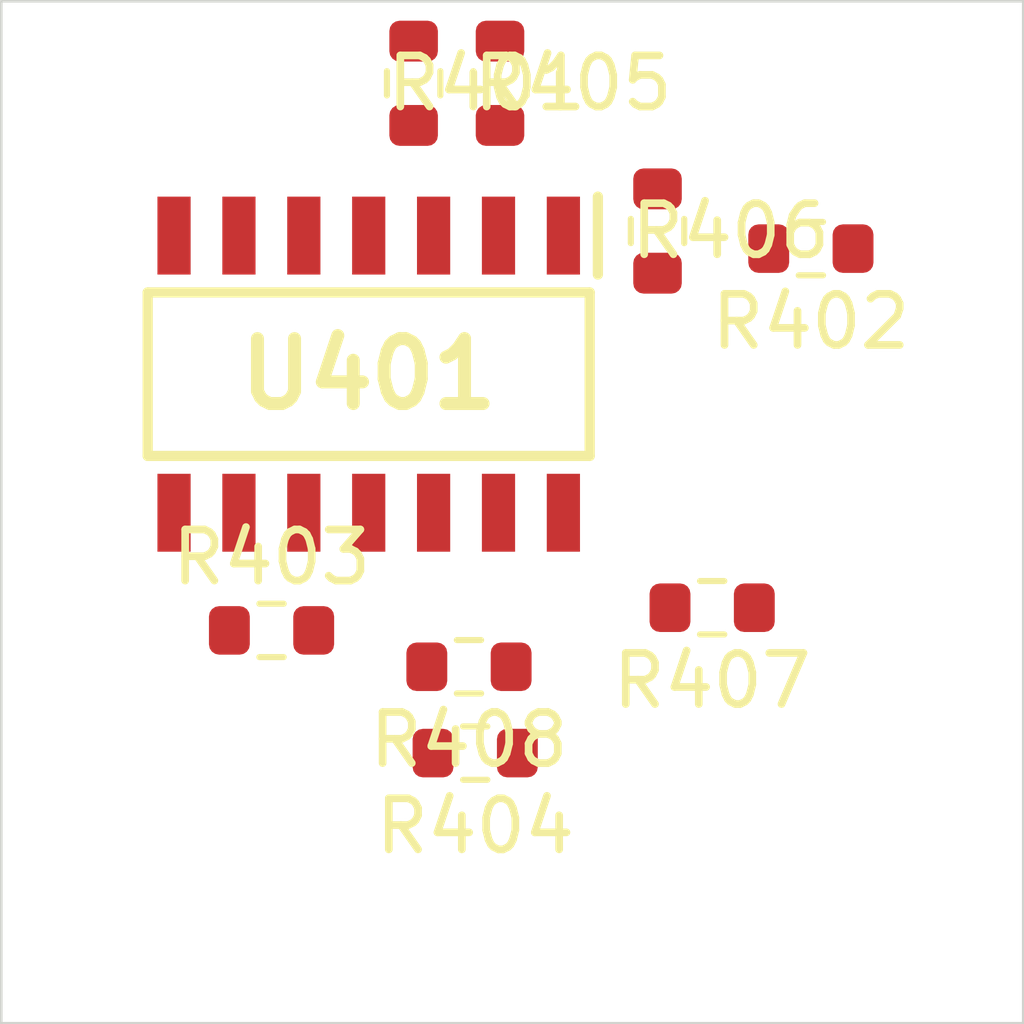
<source format=kicad_pcb>
 ( kicad_pcb  ( version 20171130 )
 ( host pcbnew 5.1.12-84ad8e8a86~92~ubuntu18.04.1 )
 ( general  ( thickness 1.6 )
 ( drawings 4 )
 ( tracks 0 )
 ( zones 0 )
 ( modules 9 )
 ( nets 14 )
)
 ( page A4 )
 ( layers  ( 0 F.Cu signal )
 ( 31 B.Cu signal )
 ( 32 B.Adhes user )
 ( 33 F.Adhes user )
 ( 34 B.Paste user )
 ( 35 F.Paste user )
 ( 36 B.SilkS user )
 ( 37 F.SilkS user )
 ( 38 B.Mask user )
 ( 39 F.Mask user )
 ( 40 Dwgs.User user )
 ( 41 Cmts.User user )
 ( 42 Eco1.User user )
 ( 43 Eco2.User user )
 ( 44 Edge.Cuts user )
 ( 45 Margin user )
 ( 46 B.CrtYd user )
 ( 47 F.CrtYd user )
 ( 48 B.Fab user )
 ( 49 F.Fab user )
)
 ( setup  ( last_trace_width 0.25 )
 ( trace_clearance 0.2 )
 ( zone_clearance 0.508 )
 ( zone_45_only no )
 ( trace_min 0.2 )
 ( via_size 0.8 )
 ( via_drill 0.4 )
 ( via_min_size 0.4 )
 ( via_min_drill 0.3 )
 ( uvia_size 0.3 )
 ( uvia_drill 0.1 )
 ( uvias_allowed no )
 ( uvia_min_size 0.2 )
 ( uvia_min_drill 0.1 )
 ( edge_width 0.05 )
 ( segment_width 0.2 )
 ( pcb_text_width 0.3 )
 ( pcb_text_size 1.5 1.5 )
 ( mod_edge_width 0.12 )
 ( mod_text_size 1 1 )
 ( mod_text_width 0.15 )
 ( pad_size 1.524 1.524 )
 ( pad_drill 0.762 )
 ( pad_to_mask_clearance 0 )
 ( aux_axis_origin 0 0 )
 ( visible_elements FFFFFF7F )
 ( pcbplotparams  ( layerselection 0x010fc_ffffffff )
 ( usegerberextensions false )
 ( usegerberattributes true )
 ( usegerberadvancedattributes true )
 ( creategerberjobfile true )
 ( excludeedgelayer true )
 ( linewidth 0.100000 )
 ( plotframeref false )
 ( viasonmask false )
 ( mode 1 )
 ( useauxorigin false )
 ( hpglpennumber 1 )
 ( hpglpenspeed 20 )
 ( hpglpendiameter 15.000000 )
 ( psnegative false )
 ( psa4output false )
 ( plotreference true )
 ( plotvalue true )
 ( plotinvisibletext false )
 ( padsonsilk false )
 ( subtractmaskfromsilk false )
 ( outputformat 1 )
 ( mirror false )
 ( drillshape 1 )
 ( scaleselection 1 )
 ( outputdirectory "" )
)
)
 ( net 0 "" )
 ( net 1 /Sheet6235D886/vp )
 ( net 2 /Sheet6248AD22/chn0 )
 ( net 3 /Sheet6248AD22/chn1 )
 ( net 4 /Sheet6248AD22/chn2 )
 ( net 5 /Sheet6248AD22/chn3 )
 ( net 6 "Net-(R401-Pad2)" )
 ( net 7 "Net-(R402-Pad2)" )
 ( net 8 "Net-(R403-Pad2)" )
 ( net 9 "Net-(R404-Pad2)" )
 ( net 10 /Sheet6248AD22/chn0_n )
 ( net 11 /Sheet6248AD22/chn1_n )
 ( net 12 /Sheet6248AD22/chn2_n )
 ( net 13 /Sheet6248AD22/chn3_n )
 ( net_class Default "This is the default net class."  ( clearance 0.2 )
 ( trace_width 0.25 )
 ( via_dia 0.8 )
 ( via_drill 0.4 )
 ( uvia_dia 0.3 )
 ( uvia_drill 0.1 )
 ( add_net /Sheet6235D886/vp )
 ( add_net /Sheet6248AD22/chn0 )
 ( add_net /Sheet6248AD22/chn0_n )
 ( add_net /Sheet6248AD22/chn1 )
 ( add_net /Sheet6248AD22/chn1_n )
 ( add_net /Sheet6248AD22/chn2 )
 ( add_net /Sheet6248AD22/chn2_n )
 ( add_net /Sheet6248AD22/chn3 )
 ( add_net /Sheet6248AD22/chn3_n )
 ( add_net "Net-(R401-Pad2)" )
 ( add_net "Net-(R402-Pad2)" )
 ( add_net "Net-(R403-Pad2)" )
 ( add_net "Net-(R404-Pad2)" )
)
 ( module Resistor_SMD:R_0603_1608Metric  ( layer F.Cu )
 ( tedit 5F68FEEE )
 ( tstamp 623425C8 )
 ( at 88.070161 101.605000 270.000000 )
 ( descr "Resistor SMD 0603 (1608 Metric), square (rectangular) end terminal, IPC_7351 nominal, (Body size source: IPC-SM-782 page 72, https://www.pcb-3d.com/wordpress/wp-content/uploads/ipc-sm-782a_amendment_1_and_2.pdf), generated with kicad-footprint-generator" )
 ( tags resistor )
 ( path /6248AD23/6249ADFD )
 ( attr smd )
 ( fp_text reference R401  ( at 0 -1.43 )
 ( layer F.SilkS )
 ( effects  ( font  ( size 1 1 )
 ( thickness 0.15 )
)
)
)
 ( fp_text value 10M  ( at 0 1.43 )
 ( layer F.Fab )
 ( effects  ( font  ( size 1 1 )
 ( thickness 0.15 )
)
)
)
 ( fp_line  ( start -0.8 0.4125 )
 ( end -0.8 -0.4125 )
 ( layer F.Fab )
 ( width 0.1 )
)
 ( fp_line  ( start -0.8 -0.4125 )
 ( end 0.8 -0.4125 )
 ( layer F.Fab )
 ( width 0.1 )
)
 ( fp_line  ( start 0.8 -0.4125 )
 ( end 0.8 0.4125 )
 ( layer F.Fab )
 ( width 0.1 )
)
 ( fp_line  ( start 0.8 0.4125 )
 ( end -0.8 0.4125 )
 ( layer F.Fab )
 ( width 0.1 )
)
 ( fp_line  ( start -0.237258 -0.5225 )
 ( end 0.237258 -0.5225 )
 ( layer F.SilkS )
 ( width 0.12 )
)
 ( fp_line  ( start -0.237258 0.5225 )
 ( end 0.237258 0.5225 )
 ( layer F.SilkS )
 ( width 0.12 )
)
 ( fp_line  ( start -1.48 0.73 )
 ( end -1.48 -0.73 )
 ( layer F.CrtYd )
 ( width 0.05 )
)
 ( fp_line  ( start -1.48 -0.73 )
 ( end 1.48 -0.73 )
 ( layer F.CrtYd )
 ( width 0.05 )
)
 ( fp_line  ( start 1.48 -0.73 )
 ( end 1.48 0.73 )
 ( layer F.CrtYd )
 ( width 0.05 )
)
 ( fp_line  ( start 1.48 0.73 )
 ( end -1.48 0.73 )
 ( layer F.CrtYd )
 ( width 0.05 )
)
 ( fp_text user %R  ( at 0 0 )
 ( layer F.Fab )
 ( effects  ( font  ( size 0.4 0.4 )
 ( thickness 0.06 )
)
)
)
 ( pad 2 smd roundrect  ( at 0.825 0 270.000000 )
 ( size 0.8 0.95 )
 ( layers F.Cu F.Mask F.Paste )
 ( roundrect_rratio 0.25 )
 ( net 6 "Net-(R401-Pad2)" )
)
 ( pad 1 smd roundrect  ( at -0.825 0 270.000000 )
 ( size 0.8 0.95 )
 ( layers F.Cu F.Mask F.Paste )
 ( roundrect_rratio 0.25 )
 ( net 10 /Sheet6248AD22/chn0_n )
)
 ( model ${KISYS3DMOD}/Resistor_SMD.3dshapes/R_0603_1608Metric.wrl  ( at  ( xyz 0 0 0 )
)
 ( scale  ( xyz 1 1 1 )
)
 ( rotate  ( xyz 0 0 0 )
)
)
)
 ( module Resistor_SMD:R_0603_1608Metric  ( layer F.Cu )
 ( tedit 5F68FEEE )
 ( tstamp 623425D9 )
 ( at 95.844685 104.840641 180.000000 )
 ( descr "Resistor SMD 0603 (1608 Metric), square (rectangular) end terminal, IPC_7351 nominal, (Body size source: IPC-SM-782 page 72, https://www.pcb-3d.com/wordpress/wp-content/uploads/ipc-sm-782a_amendment_1_and_2.pdf), generated with kicad-footprint-generator" )
 ( tags resistor )
 ( path /6248AD23/6249B75E )
 ( attr smd )
 ( fp_text reference R402  ( at 0 -1.43 )
 ( layer F.SilkS )
 ( effects  ( font  ( size 1 1 )
 ( thickness 0.15 )
)
)
)
 ( fp_text value 10M  ( at 0 1.43 )
 ( layer F.Fab )
 ( effects  ( font  ( size 1 1 )
 ( thickness 0.15 )
)
)
)
 ( fp_line  ( start 1.48 0.73 )
 ( end -1.48 0.73 )
 ( layer F.CrtYd )
 ( width 0.05 )
)
 ( fp_line  ( start 1.48 -0.73 )
 ( end 1.48 0.73 )
 ( layer F.CrtYd )
 ( width 0.05 )
)
 ( fp_line  ( start -1.48 -0.73 )
 ( end 1.48 -0.73 )
 ( layer F.CrtYd )
 ( width 0.05 )
)
 ( fp_line  ( start -1.48 0.73 )
 ( end -1.48 -0.73 )
 ( layer F.CrtYd )
 ( width 0.05 )
)
 ( fp_line  ( start -0.237258 0.5225 )
 ( end 0.237258 0.5225 )
 ( layer F.SilkS )
 ( width 0.12 )
)
 ( fp_line  ( start -0.237258 -0.5225 )
 ( end 0.237258 -0.5225 )
 ( layer F.SilkS )
 ( width 0.12 )
)
 ( fp_line  ( start 0.8 0.4125 )
 ( end -0.8 0.4125 )
 ( layer F.Fab )
 ( width 0.1 )
)
 ( fp_line  ( start 0.8 -0.4125 )
 ( end 0.8 0.4125 )
 ( layer F.Fab )
 ( width 0.1 )
)
 ( fp_line  ( start -0.8 -0.4125 )
 ( end 0.8 -0.4125 )
 ( layer F.Fab )
 ( width 0.1 )
)
 ( fp_line  ( start -0.8 0.4125 )
 ( end -0.8 -0.4125 )
 ( layer F.Fab )
 ( width 0.1 )
)
 ( fp_text user %R  ( at 0 0 )
 ( layer F.Fab )
 ( effects  ( font  ( size 0.4 0.4 )
 ( thickness 0.06 )
)
)
)
 ( pad 1 smd roundrect  ( at -0.825 0 180.000000 )
 ( size 0.8 0.95 )
 ( layers F.Cu F.Mask F.Paste )
 ( roundrect_rratio 0.25 )
 ( net 11 /Sheet6248AD22/chn1_n )
)
 ( pad 2 smd roundrect  ( at 0.825 0 180.000000 )
 ( size 0.8 0.95 )
 ( layers F.Cu F.Mask F.Paste )
 ( roundrect_rratio 0.25 )
 ( net 7 "Net-(R402-Pad2)" )
)
 ( model ${KISYS3DMOD}/Resistor_SMD.3dshapes/R_0603_1608Metric.wrl  ( at  ( xyz 0 0 0 )
)
 ( scale  ( xyz 1 1 1 )
)
 ( rotate  ( xyz 0 0 0 )
)
)
)
 ( module Resistor_SMD:R_0603_1608Metric  ( layer F.Cu )
 ( tedit 5F68FEEE )
 ( tstamp 623425EA )
 ( at 85.289319 112.312544 )
 ( descr "Resistor SMD 0603 (1608 Metric), square (rectangular) end terminal, IPC_7351 nominal, (Body size source: IPC-SM-782 page 72, https://www.pcb-3d.com/wordpress/wp-content/uploads/ipc-sm-782a_amendment_1_and_2.pdf), generated with kicad-footprint-generator" )
 ( tags resistor )
 ( path /6248AD23/6249FB7A )
 ( attr smd )
 ( fp_text reference R403  ( at 0 -1.43 )
 ( layer F.SilkS )
 ( effects  ( font  ( size 1 1 )
 ( thickness 0.15 )
)
)
)
 ( fp_text value 10M  ( at 0 1.43 )
 ( layer F.Fab )
 ( effects  ( font  ( size 1 1 )
 ( thickness 0.15 )
)
)
)
 ( fp_line  ( start 1.48 0.73 )
 ( end -1.48 0.73 )
 ( layer F.CrtYd )
 ( width 0.05 )
)
 ( fp_line  ( start 1.48 -0.73 )
 ( end 1.48 0.73 )
 ( layer F.CrtYd )
 ( width 0.05 )
)
 ( fp_line  ( start -1.48 -0.73 )
 ( end 1.48 -0.73 )
 ( layer F.CrtYd )
 ( width 0.05 )
)
 ( fp_line  ( start -1.48 0.73 )
 ( end -1.48 -0.73 )
 ( layer F.CrtYd )
 ( width 0.05 )
)
 ( fp_line  ( start -0.237258 0.5225 )
 ( end 0.237258 0.5225 )
 ( layer F.SilkS )
 ( width 0.12 )
)
 ( fp_line  ( start -0.237258 -0.5225 )
 ( end 0.237258 -0.5225 )
 ( layer F.SilkS )
 ( width 0.12 )
)
 ( fp_line  ( start 0.8 0.4125 )
 ( end -0.8 0.4125 )
 ( layer F.Fab )
 ( width 0.1 )
)
 ( fp_line  ( start 0.8 -0.4125 )
 ( end 0.8 0.4125 )
 ( layer F.Fab )
 ( width 0.1 )
)
 ( fp_line  ( start -0.8 -0.4125 )
 ( end 0.8 -0.4125 )
 ( layer F.Fab )
 ( width 0.1 )
)
 ( fp_line  ( start -0.8 0.4125 )
 ( end -0.8 -0.4125 )
 ( layer F.Fab )
 ( width 0.1 )
)
 ( fp_text user %R  ( at 0 0 )
 ( layer F.Fab )
 ( effects  ( font  ( size 0.4 0.4 )
 ( thickness 0.06 )
)
)
)
 ( pad 1 smd roundrect  ( at -0.825 0 )
 ( size 0.8 0.95 )
 ( layers F.Cu F.Mask F.Paste )
 ( roundrect_rratio 0.25 )
 ( net 12 /Sheet6248AD22/chn2_n )
)
 ( pad 2 smd roundrect  ( at 0.825 0 )
 ( size 0.8 0.95 )
 ( layers F.Cu F.Mask F.Paste )
 ( roundrect_rratio 0.25 )
 ( net 8 "Net-(R403-Pad2)" )
)
 ( model ${KISYS3DMOD}/Resistor_SMD.3dshapes/R_0603_1608Metric.wrl  ( at  ( xyz 0 0 0 )
)
 ( scale  ( xyz 1 1 1 )
)
 ( rotate  ( xyz 0 0 0 )
)
)
)
 ( module Resistor_SMD:R_0603_1608Metric  ( layer F.Cu )
 ( tedit 5F68FEEE )
 ( tstamp 623425FB )
 ( at 89.275319 114.713594 180.000000 )
 ( descr "Resistor SMD 0603 (1608 Metric), square (rectangular) end terminal, IPC_7351 nominal, (Body size source: IPC-SM-782 page 72, https://www.pcb-3d.com/wordpress/wp-content/uploads/ipc-sm-782a_amendment_1_and_2.pdf), generated with kicad-footprint-generator" )
 ( tags resistor )
 ( path /6248AD23/6249FB74 )
 ( attr smd )
 ( fp_text reference R404  ( at 0 -1.43 )
 ( layer F.SilkS )
 ( effects  ( font  ( size 1 1 )
 ( thickness 0.15 )
)
)
)
 ( fp_text value 10M  ( at 0 1.43 )
 ( layer F.Fab )
 ( effects  ( font  ( size 1 1 )
 ( thickness 0.15 )
)
)
)
 ( fp_line  ( start -0.8 0.4125 )
 ( end -0.8 -0.4125 )
 ( layer F.Fab )
 ( width 0.1 )
)
 ( fp_line  ( start -0.8 -0.4125 )
 ( end 0.8 -0.4125 )
 ( layer F.Fab )
 ( width 0.1 )
)
 ( fp_line  ( start 0.8 -0.4125 )
 ( end 0.8 0.4125 )
 ( layer F.Fab )
 ( width 0.1 )
)
 ( fp_line  ( start 0.8 0.4125 )
 ( end -0.8 0.4125 )
 ( layer F.Fab )
 ( width 0.1 )
)
 ( fp_line  ( start -0.237258 -0.5225 )
 ( end 0.237258 -0.5225 )
 ( layer F.SilkS )
 ( width 0.12 )
)
 ( fp_line  ( start -0.237258 0.5225 )
 ( end 0.237258 0.5225 )
 ( layer F.SilkS )
 ( width 0.12 )
)
 ( fp_line  ( start -1.48 0.73 )
 ( end -1.48 -0.73 )
 ( layer F.CrtYd )
 ( width 0.05 )
)
 ( fp_line  ( start -1.48 -0.73 )
 ( end 1.48 -0.73 )
 ( layer F.CrtYd )
 ( width 0.05 )
)
 ( fp_line  ( start 1.48 -0.73 )
 ( end 1.48 0.73 )
 ( layer F.CrtYd )
 ( width 0.05 )
)
 ( fp_line  ( start 1.48 0.73 )
 ( end -1.48 0.73 )
 ( layer F.CrtYd )
 ( width 0.05 )
)
 ( fp_text user %R  ( at 0 0 )
 ( layer F.Fab )
 ( effects  ( font  ( size 0.4 0.4 )
 ( thickness 0.06 )
)
)
)
 ( pad 2 smd roundrect  ( at 0.825 0 180.000000 )
 ( size 0.8 0.95 )
 ( layers F.Cu F.Mask F.Paste )
 ( roundrect_rratio 0.25 )
 ( net 9 "Net-(R404-Pad2)" )
)
 ( pad 1 smd roundrect  ( at -0.825 0 180.000000 )
 ( size 0.8 0.95 )
 ( layers F.Cu F.Mask F.Paste )
 ( roundrect_rratio 0.25 )
 ( net 13 /Sheet6248AD22/chn3_n )
)
 ( model ${KISYS3DMOD}/Resistor_SMD.3dshapes/R_0603_1608Metric.wrl  ( at  ( xyz 0 0 0 )
)
 ( scale  ( xyz 1 1 1 )
)
 ( rotate  ( xyz 0 0 0 )
)
)
)
 ( module Resistor_SMD:R_0603_1608Metric  ( layer F.Cu )
 ( tedit 5F68FEEE )
 ( tstamp 6234260C )
 ( at 89.760781 101.605000 270.000000 )
 ( descr "Resistor SMD 0603 (1608 Metric), square (rectangular) end terminal, IPC_7351 nominal, (Body size source: IPC-SM-782 page 72, https://www.pcb-3d.com/wordpress/wp-content/uploads/ipc-sm-782a_amendment_1_and_2.pdf), generated with kicad-footprint-generator" )
 ( tags resistor )
 ( path /6248AD23/62497F62 )
 ( attr smd )
 ( fp_text reference R405  ( at 0 -1.43 )
 ( layer F.SilkS )
 ( effects  ( font  ( size 1 1 )
 ( thickness 0.15 )
)
)
)
 ( fp_text value 750k  ( at 0 1.43 )
 ( layer F.Fab )
 ( effects  ( font  ( size 1 1 )
 ( thickness 0.15 )
)
)
)
 ( fp_line  ( start -0.8 0.4125 )
 ( end -0.8 -0.4125 )
 ( layer F.Fab )
 ( width 0.1 )
)
 ( fp_line  ( start -0.8 -0.4125 )
 ( end 0.8 -0.4125 )
 ( layer F.Fab )
 ( width 0.1 )
)
 ( fp_line  ( start 0.8 -0.4125 )
 ( end 0.8 0.4125 )
 ( layer F.Fab )
 ( width 0.1 )
)
 ( fp_line  ( start 0.8 0.4125 )
 ( end -0.8 0.4125 )
 ( layer F.Fab )
 ( width 0.1 )
)
 ( fp_line  ( start -0.237258 -0.5225 )
 ( end 0.237258 -0.5225 )
 ( layer F.SilkS )
 ( width 0.12 )
)
 ( fp_line  ( start -0.237258 0.5225 )
 ( end 0.237258 0.5225 )
 ( layer F.SilkS )
 ( width 0.12 )
)
 ( fp_line  ( start -1.48 0.73 )
 ( end -1.48 -0.73 )
 ( layer F.CrtYd )
 ( width 0.05 )
)
 ( fp_line  ( start -1.48 -0.73 )
 ( end 1.48 -0.73 )
 ( layer F.CrtYd )
 ( width 0.05 )
)
 ( fp_line  ( start 1.48 -0.73 )
 ( end 1.48 0.73 )
 ( layer F.CrtYd )
 ( width 0.05 )
)
 ( fp_line  ( start 1.48 0.73 )
 ( end -1.48 0.73 )
 ( layer F.CrtYd )
 ( width 0.05 )
)
 ( fp_text user %R  ( at 0 0 )
 ( layer F.Fab )
 ( effects  ( font  ( size 0.4 0.4 )
 ( thickness 0.06 )
)
)
)
 ( pad 2 smd roundrect  ( at 0.825 0 270.000000 )
 ( size 0.8 0.95 )
 ( layers F.Cu F.Mask F.Paste )
 ( roundrect_rratio 0.25 )
 ( net 6 "Net-(R401-Pad2)" )
)
 ( pad 1 smd roundrect  ( at -0.825 0 270.000000 )
 ( size 0.8 0.95 )
 ( layers F.Cu F.Mask F.Paste )
 ( roundrect_rratio 0.25 )
 ( net 1 /Sheet6235D886/vp )
)
 ( model ${KISYS3DMOD}/Resistor_SMD.3dshapes/R_0603_1608Metric.wrl  ( at  ( xyz 0 0 0 )
)
 ( scale  ( xyz 1 1 1 )
)
 ( rotate  ( xyz 0 0 0 )
)
)
)
 ( module Resistor_SMD:R_0603_1608Metric  ( layer F.Cu )
 ( tedit 5F68FEEE )
 ( tstamp 6234261D )
 ( at 92.843420 104.496422 270.000000 )
 ( descr "Resistor SMD 0603 (1608 Metric), square (rectangular) end terminal, IPC_7351 nominal, (Body size source: IPC-SM-782 page 72, https://www.pcb-3d.com/wordpress/wp-content/uploads/ipc-sm-782a_amendment_1_and_2.pdf), generated with kicad-footprint-generator" )
 ( tags resistor )
 ( path /6248AD23/62499098 )
 ( attr smd )
 ( fp_text reference R406  ( at 0 -1.43 )
 ( layer F.SilkS )
 ( effects  ( font  ( size 1 1 )
 ( thickness 0.15 )
)
)
)
 ( fp_text value 750k  ( at 0 1.43 )
 ( layer F.Fab )
 ( effects  ( font  ( size 1 1 )
 ( thickness 0.15 )
)
)
)
 ( fp_line  ( start 1.48 0.73 )
 ( end -1.48 0.73 )
 ( layer F.CrtYd )
 ( width 0.05 )
)
 ( fp_line  ( start 1.48 -0.73 )
 ( end 1.48 0.73 )
 ( layer F.CrtYd )
 ( width 0.05 )
)
 ( fp_line  ( start -1.48 -0.73 )
 ( end 1.48 -0.73 )
 ( layer F.CrtYd )
 ( width 0.05 )
)
 ( fp_line  ( start -1.48 0.73 )
 ( end -1.48 -0.73 )
 ( layer F.CrtYd )
 ( width 0.05 )
)
 ( fp_line  ( start -0.237258 0.5225 )
 ( end 0.237258 0.5225 )
 ( layer F.SilkS )
 ( width 0.12 )
)
 ( fp_line  ( start -0.237258 -0.5225 )
 ( end 0.237258 -0.5225 )
 ( layer F.SilkS )
 ( width 0.12 )
)
 ( fp_line  ( start 0.8 0.4125 )
 ( end -0.8 0.4125 )
 ( layer F.Fab )
 ( width 0.1 )
)
 ( fp_line  ( start 0.8 -0.4125 )
 ( end 0.8 0.4125 )
 ( layer F.Fab )
 ( width 0.1 )
)
 ( fp_line  ( start -0.8 -0.4125 )
 ( end 0.8 -0.4125 )
 ( layer F.Fab )
 ( width 0.1 )
)
 ( fp_line  ( start -0.8 0.4125 )
 ( end -0.8 -0.4125 )
 ( layer F.Fab )
 ( width 0.1 )
)
 ( fp_text user %R  ( at 0 0 )
 ( layer F.Fab )
 ( effects  ( font  ( size 0.4 0.4 )
 ( thickness 0.06 )
)
)
)
 ( pad 1 smd roundrect  ( at -0.825 0 270.000000 )
 ( size 0.8 0.95 )
 ( layers F.Cu F.Mask F.Paste )
 ( roundrect_rratio 0.25 )
 ( net 1 /Sheet6235D886/vp )
)
 ( pad 2 smd roundrect  ( at 0.825 0 270.000000 )
 ( size 0.8 0.95 )
 ( layers F.Cu F.Mask F.Paste )
 ( roundrect_rratio 0.25 )
 ( net 7 "Net-(R402-Pad2)" )
)
 ( model ${KISYS3DMOD}/Resistor_SMD.3dshapes/R_0603_1608Metric.wrl  ( at  ( xyz 0 0 0 )
)
 ( scale  ( xyz 1 1 1 )
)
 ( rotate  ( xyz 0 0 0 )
)
)
)
 ( module Resistor_SMD:R_0603_1608Metric  ( layer F.Cu )
 ( tedit 5F68FEEE )
 ( tstamp 6234262E )
 ( at 93.912566 111.868569 180.000000 )
 ( descr "Resistor SMD 0603 (1608 Metric), square (rectangular) end terminal, IPC_7351 nominal, (Body size source: IPC-SM-782 page 72, https://www.pcb-3d.com/wordpress/wp-content/uploads/ipc-sm-782a_amendment_1_and_2.pdf), generated with kicad-footprint-generator" )
 ( tags resistor )
 ( path /6248AD23/624A0FFB )
 ( attr smd )
 ( fp_text reference R407  ( at 0 -1.43 )
 ( layer F.SilkS )
 ( effects  ( font  ( size 1 1 )
 ( thickness 0.15 )
)
)
)
 ( fp_text value 1.5M  ( at 0 1.43 )
 ( layer F.Fab )
 ( effects  ( font  ( size 1 1 )
 ( thickness 0.15 )
)
)
)
 ( fp_line  ( start 1.48 0.73 )
 ( end -1.48 0.73 )
 ( layer F.CrtYd )
 ( width 0.05 )
)
 ( fp_line  ( start 1.48 -0.73 )
 ( end 1.48 0.73 )
 ( layer F.CrtYd )
 ( width 0.05 )
)
 ( fp_line  ( start -1.48 -0.73 )
 ( end 1.48 -0.73 )
 ( layer F.CrtYd )
 ( width 0.05 )
)
 ( fp_line  ( start -1.48 0.73 )
 ( end -1.48 -0.73 )
 ( layer F.CrtYd )
 ( width 0.05 )
)
 ( fp_line  ( start -0.237258 0.5225 )
 ( end 0.237258 0.5225 )
 ( layer F.SilkS )
 ( width 0.12 )
)
 ( fp_line  ( start -0.237258 -0.5225 )
 ( end 0.237258 -0.5225 )
 ( layer F.SilkS )
 ( width 0.12 )
)
 ( fp_line  ( start 0.8 0.4125 )
 ( end -0.8 0.4125 )
 ( layer F.Fab )
 ( width 0.1 )
)
 ( fp_line  ( start 0.8 -0.4125 )
 ( end 0.8 0.4125 )
 ( layer F.Fab )
 ( width 0.1 )
)
 ( fp_line  ( start -0.8 -0.4125 )
 ( end 0.8 -0.4125 )
 ( layer F.Fab )
 ( width 0.1 )
)
 ( fp_line  ( start -0.8 0.4125 )
 ( end -0.8 -0.4125 )
 ( layer F.Fab )
 ( width 0.1 )
)
 ( fp_text user %R  ( at 0 0 )
 ( layer F.Fab )
 ( effects  ( font  ( size 0.4 0.4 )
 ( thickness 0.06 )
)
)
)
 ( pad 1 smd roundrect  ( at -0.825 0 180.000000 )
 ( size 0.8 0.95 )
 ( layers F.Cu F.Mask F.Paste )
 ( roundrect_rratio 0.25 )
 ( net 1 /Sheet6235D886/vp )
)
 ( pad 2 smd roundrect  ( at 0.825 0 180.000000 )
 ( size 0.8 0.95 )
 ( layers F.Cu F.Mask F.Paste )
 ( roundrect_rratio 0.25 )
 ( net 8 "Net-(R403-Pad2)" )
)
 ( model ${KISYS3DMOD}/Resistor_SMD.3dshapes/R_0603_1608Metric.wrl  ( at  ( xyz 0 0 0 )
)
 ( scale  ( xyz 1 1 1 )
)
 ( rotate  ( xyz 0 0 0 )
)
)
)
 ( module Resistor_SMD:R_0603_1608Metric  ( layer F.Cu )
 ( tedit 5F68FEEE )
 ( tstamp 6234263F )
 ( at 89.153373 113.024443 180.000000 )
 ( descr "Resistor SMD 0603 (1608 Metric), square (rectangular) end terminal, IPC_7351 nominal, (Body size source: IPC-SM-782 page 72, https://www.pcb-3d.com/wordpress/wp-content/uploads/ipc-sm-782a_amendment_1_and_2.pdf), generated with kicad-footprint-generator" )
 ( tags resistor )
 ( path /6248AD23/624A093C )
 ( attr smd )
 ( fp_text reference R408  ( at 0 -1.43 )
 ( layer F.SilkS )
 ( effects  ( font  ( size 1 1 )
 ( thickness 0.15 )
)
)
)
 ( fp_text value 1.5M  ( at 0 1.43 )
 ( layer F.Fab )
 ( effects  ( font  ( size 1 1 )
 ( thickness 0.15 )
)
)
)
 ( fp_line  ( start -0.8 0.4125 )
 ( end -0.8 -0.4125 )
 ( layer F.Fab )
 ( width 0.1 )
)
 ( fp_line  ( start -0.8 -0.4125 )
 ( end 0.8 -0.4125 )
 ( layer F.Fab )
 ( width 0.1 )
)
 ( fp_line  ( start 0.8 -0.4125 )
 ( end 0.8 0.4125 )
 ( layer F.Fab )
 ( width 0.1 )
)
 ( fp_line  ( start 0.8 0.4125 )
 ( end -0.8 0.4125 )
 ( layer F.Fab )
 ( width 0.1 )
)
 ( fp_line  ( start -0.237258 -0.5225 )
 ( end 0.237258 -0.5225 )
 ( layer F.SilkS )
 ( width 0.12 )
)
 ( fp_line  ( start -0.237258 0.5225 )
 ( end 0.237258 0.5225 )
 ( layer F.SilkS )
 ( width 0.12 )
)
 ( fp_line  ( start -1.48 0.73 )
 ( end -1.48 -0.73 )
 ( layer F.CrtYd )
 ( width 0.05 )
)
 ( fp_line  ( start -1.48 -0.73 )
 ( end 1.48 -0.73 )
 ( layer F.CrtYd )
 ( width 0.05 )
)
 ( fp_line  ( start 1.48 -0.73 )
 ( end 1.48 0.73 )
 ( layer F.CrtYd )
 ( width 0.05 )
)
 ( fp_line  ( start 1.48 0.73 )
 ( end -1.48 0.73 )
 ( layer F.CrtYd )
 ( width 0.05 )
)
 ( fp_text user %R  ( at 0 0 )
 ( layer F.Fab )
 ( effects  ( font  ( size 0.4 0.4 )
 ( thickness 0.06 )
)
)
)
 ( pad 2 smd roundrect  ( at 0.825 0 180.000000 )
 ( size 0.8 0.95 )
 ( layers F.Cu F.Mask F.Paste )
 ( roundrect_rratio 0.25 )
 ( net 9 "Net-(R404-Pad2)" )
)
 ( pad 1 smd roundrect  ( at -0.825 0 180.000000 )
 ( size 0.8 0.95 )
 ( layers F.Cu F.Mask F.Paste )
 ( roundrect_rratio 0.25 )
 ( net 1 /Sheet6235D886/vp )
)
 ( model ${KISYS3DMOD}/Resistor_SMD.3dshapes/R_0603_1608Metric.wrl  ( at  ( xyz 0 0 0 )
)
 ( scale  ( xyz 1 1 1 )
)
 ( rotate  ( xyz 0 0 0 )
)
)
)
 ( module TL074HIDR:SOIC127P600X175-14N locked  ( layer F.Cu )
 ( tedit 62336F37 )
 ( tstamp 62342709 )
 ( at 87.191000 107.298000 270.000000 )
 ( descr "D (-R-PDSO-G14)" )
 ( tags "Integrated Circuit" )
 ( path /6248AD23/624976B2 )
 ( attr smd )
 ( fp_text reference U401  ( at 0 0 )
 ( layer F.SilkS )
 ( effects  ( font  ( size 1.27 1.27 )
 ( thickness 0.254 )
)
)
)
 ( fp_text value TL074  ( at 0 0 )
 ( layer F.SilkS )
hide  ( effects  ( font  ( size 1.27 1.27 )
 ( thickness 0.254 )
)
)
)
 ( fp_line  ( start -3.725 -4.625 )
 ( end 3.725 -4.625 )
 ( layer Dwgs.User )
 ( width 0.05 )
)
 ( fp_line  ( start 3.725 -4.625 )
 ( end 3.725 4.625 )
 ( layer Dwgs.User )
 ( width 0.05 )
)
 ( fp_line  ( start 3.725 4.625 )
 ( end -3.725 4.625 )
 ( layer Dwgs.User )
 ( width 0.05 )
)
 ( fp_line  ( start -3.725 4.625 )
 ( end -3.725 -4.625 )
 ( layer Dwgs.User )
 ( width 0.05 )
)
 ( fp_line  ( start -1.95 -4.325 )
 ( end 1.95 -4.325 )
 ( layer Dwgs.User )
 ( width 0.1 )
)
 ( fp_line  ( start 1.95 -4.325 )
 ( end 1.95 4.325 )
 ( layer Dwgs.User )
 ( width 0.1 )
)
 ( fp_line  ( start 1.95 4.325 )
 ( end -1.95 4.325 )
 ( layer Dwgs.User )
 ( width 0.1 )
)
 ( fp_line  ( start -1.95 4.325 )
 ( end -1.95 -4.325 )
 ( layer Dwgs.User )
 ( width 0.1 )
)
 ( fp_line  ( start -1.95 -3.055 )
 ( end -0.68 -4.325 )
 ( layer Dwgs.User )
 ( width 0.1 )
)
 ( fp_line  ( start -1.6 -4.325 )
 ( end 1.6 -4.325 )
 ( layer F.SilkS )
 ( width 0.2 )
)
 ( fp_line  ( start 1.6 -4.325 )
 ( end 1.6 4.325 )
 ( layer F.SilkS )
 ( width 0.2 )
)
 ( fp_line  ( start 1.6 4.325 )
 ( end -1.6 4.325 )
 ( layer F.SilkS )
 ( width 0.2 )
)
 ( fp_line  ( start -1.6 4.325 )
 ( end -1.6 -4.325 )
 ( layer F.SilkS )
 ( width 0.2 )
)
 ( fp_line  ( start -3.475 -4.485 )
 ( end -1.95 -4.485 )
 ( layer F.SilkS )
 ( width 0.2 )
)
 ( pad 1 smd rect  ( at -2.712 -3.81 )
 ( size 0.65 1.525 )
 ( layers F.Cu F.Mask F.Paste )
 ( net 2 /Sheet6248AD22/chn0 )
)
 ( pad 2 smd rect  ( at -2.712 -2.54 )
 ( size 0.65 1.525 )
 ( layers F.Cu F.Mask F.Paste )
 ( net 2 /Sheet6248AD22/chn0 )
)
 ( pad 3 smd rect  ( at -2.712 -1.27 )
 ( size 0.65 1.525 )
 ( layers F.Cu F.Mask F.Paste )
 ( net 6 "Net-(R401-Pad2)" )
)
 ( pad 4 smd rect  ( at -2.712 0 )
 ( size 0.65 1.525 )
 ( layers F.Cu F.Mask F.Paste )
)
 ( pad 5 smd rect  ( at -2.712 1.27 )
 ( size 0.65 1.525 )
 ( layers F.Cu F.Mask F.Paste )
 ( net 7 "Net-(R402-Pad2)" )
)
 ( pad 6 smd rect  ( at -2.712 2.54 )
 ( size 0.65 1.525 )
 ( layers F.Cu F.Mask F.Paste )
 ( net 3 /Sheet6248AD22/chn1 )
)
 ( pad 7 smd rect  ( at -2.712 3.81 )
 ( size 0.65 1.525 )
 ( layers F.Cu F.Mask F.Paste )
 ( net 3 /Sheet6248AD22/chn1 )
)
 ( pad 8 smd rect  ( at 2.712 3.81 )
 ( size 0.65 1.525 )
 ( layers F.Cu F.Mask F.Paste )
 ( net 4 /Sheet6248AD22/chn2 )
)
 ( pad 9 smd rect  ( at 2.712 2.54 )
 ( size 0.65 1.525 )
 ( layers F.Cu F.Mask F.Paste )
 ( net 4 /Sheet6248AD22/chn2 )
)
 ( pad 10 smd rect  ( at 2.712 1.27 )
 ( size 0.65 1.525 )
 ( layers F.Cu F.Mask F.Paste )
 ( net 8 "Net-(R403-Pad2)" )
)
 ( pad 11 smd rect  ( at 2.712 0 )
 ( size 0.65 1.525 )
 ( layers F.Cu F.Mask F.Paste )
)
 ( pad 12 smd rect  ( at 2.712 -1.27 )
 ( size 0.65 1.525 )
 ( layers F.Cu F.Mask F.Paste )
 ( net 9 "Net-(R404-Pad2)" )
)
 ( pad 13 smd rect  ( at 2.712 -2.54 )
 ( size 0.65 1.525 )
 ( layers F.Cu F.Mask F.Paste )
 ( net 5 /Sheet6248AD22/chn3 )
)
 ( pad 14 smd rect  ( at 2.712 -3.81 )
 ( size 0.65 1.525 )
 ( layers F.Cu F.Mask F.Paste )
 ( net 5 /Sheet6248AD22/chn3 )
)
)
 ( gr_line  ( start 100 100 )
 ( end 100 120 )
 ( layer Edge.Cuts )
 ( width 0.05 )
 ( tstamp 62E76D2A )
)
 ( gr_line  ( start 80 120 )
 ( end 100 120 )
 ( layer Edge.Cuts )
 ( width 0.05 )
 ( tstamp 62E76D27 )
)
 ( gr_line  ( start 80 100 )
 ( end 80 120 )
 ( layer Edge.Cuts )
 ( width 0.05 )
 ( tstamp 6234110C )
)
 ( gr_line  ( start 80 100 )
 ( end 100 100 )
 ( layer Edge.Cuts )
 ( width 0.05 )
)
)

</source>
